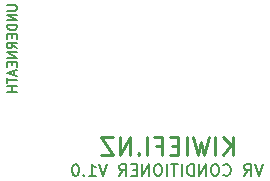
<source format=gbr>
G04 #@! TF.GenerationSoftware,KiCad,Pcbnew,7.0.10*
G04 #@! TF.CreationDate,2024-04-16T19:30:50+12:00*
G04 #@! TF.ProjectId,KiwiEFIvr1815_0.1,4b697769-4546-4497-9672-313831355f30,rev?*
G04 #@! TF.SameCoordinates,Original*
G04 #@! TF.FileFunction,Legend,Bot*
G04 #@! TF.FilePolarity,Positive*
%FSLAX46Y46*%
G04 Gerber Fmt 4.6, Leading zero omitted, Abs format (unit mm)*
G04 Created by KiCad (PCBNEW 7.0.10) date 2024-04-16 19:30:50*
%MOMM*%
%LPD*%
G01*
G04 APERTURE LIST*
%ADD10C,0.250000*%
%ADD11C,0.150000*%
G04 APERTURE END LIST*
D10*
X131070000Y-97660928D02*
X131070000Y-96160928D01*
X130212857Y-97660928D02*
X130855714Y-96803785D01*
X130212857Y-96160928D02*
X131070000Y-97018071D01*
X129570000Y-97660928D02*
X129570000Y-96160928D01*
X128998571Y-96160928D02*
X128641428Y-97660928D01*
X128641428Y-97660928D02*
X128355714Y-96589500D01*
X128355714Y-96589500D02*
X128069999Y-97660928D01*
X128069999Y-97660928D02*
X127712857Y-96160928D01*
X127141428Y-97660928D02*
X127141428Y-96160928D01*
X126427142Y-96875214D02*
X125927142Y-96875214D01*
X125712856Y-97660928D02*
X126427142Y-97660928D01*
X126427142Y-97660928D02*
X126427142Y-96160928D01*
X126427142Y-96160928D02*
X125712856Y-96160928D01*
X124569999Y-96875214D02*
X125069999Y-96875214D01*
X125069999Y-97660928D02*
X125069999Y-96160928D01*
X125069999Y-96160928D02*
X124355713Y-96160928D01*
X123784285Y-97660928D02*
X123784285Y-96160928D01*
X123069999Y-97518071D02*
X122998570Y-97589500D01*
X122998570Y-97589500D02*
X123069999Y-97660928D01*
X123069999Y-97660928D02*
X123141427Y-97589500D01*
X123141427Y-97589500D02*
X123069999Y-97518071D01*
X123069999Y-97518071D02*
X123069999Y-97660928D01*
X122355713Y-97660928D02*
X122355713Y-96160928D01*
X122355713Y-96160928D02*
X121498570Y-97660928D01*
X121498570Y-97660928D02*
X121498570Y-96160928D01*
X120927141Y-96160928D02*
X119927141Y-96160928D01*
X119927141Y-96160928D02*
X120927141Y-97660928D01*
X120927141Y-97660928D02*
X119927141Y-97660928D01*
D11*
X111957295Y-84988857D02*
X112604914Y-84988857D01*
X112604914Y-84988857D02*
X112681104Y-85026952D01*
X112681104Y-85026952D02*
X112719200Y-85065047D01*
X112719200Y-85065047D02*
X112757295Y-85141238D01*
X112757295Y-85141238D02*
X112757295Y-85293619D01*
X112757295Y-85293619D02*
X112719200Y-85369809D01*
X112719200Y-85369809D02*
X112681104Y-85407904D01*
X112681104Y-85407904D02*
X112604914Y-85446000D01*
X112604914Y-85446000D02*
X111957295Y-85446000D01*
X112757295Y-85826952D02*
X111957295Y-85826952D01*
X111957295Y-85826952D02*
X112757295Y-86284095D01*
X112757295Y-86284095D02*
X111957295Y-86284095D01*
X112757295Y-86665047D02*
X111957295Y-86665047D01*
X111957295Y-86665047D02*
X111957295Y-86855523D01*
X111957295Y-86855523D02*
X111995390Y-86969809D01*
X111995390Y-86969809D02*
X112071580Y-87045999D01*
X112071580Y-87045999D02*
X112147771Y-87084094D01*
X112147771Y-87084094D02*
X112300152Y-87122190D01*
X112300152Y-87122190D02*
X112414438Y-87122190D01*
X112414438Y-87122190D02*
X112566819Y-87084094D01*
X112566819Y-87084094D02*
X112643009Y-87045999D01*
X112643009Y-87045999D02*
X112719200Y-86969809D01*
X112719200Y-86969809D02*
X112757295Y-86855523D01*
X112757295Y-86855523D02*
X112757295Y-86665047D01*
X112338247Y-87465047D02*
X112338247Y-87731713D01*
X112757295Y-87845999D02*
X112757295Y-87465047D01*
X112757295Y-87465047D02*
X111957295Y-87465047D01*
X111957295Y-87465047D02*
X111957295Y-87845999D01*
X112757295Y-88646000D02*
X112376342Y-88379333D01*
X112757295Y-88188857D02*
X111957295Y-88188857D01*
X111957295Y-88188857D02*
X111957295Y-88493619D01*
X111957295Y-88493619D02*
X111995390Y-88569809D01*
X111995390Y-88569809D02*
X112033485Y-88607904D01*
X112033485Y-88607904D02*
X112109676Y-88646000D01*
X112109676Y-88646000D02*
X112223961Y-88646000D01*
X112223961Y-88646000D02*
X112300152Y-88607904D01*
X112300152Y-88607904D02*
X112338247Y-88569809D01*
X112338247Y-88569809D02*
X112376342Y-88493619D01*
X112376342Y-88493619D02*
X112376342Y-88188857D01*
X112757295Y-88988857D02*
X111957295Y-88988857D01*
X111957295Y-88988857D02*
X112757295Y-89446000D01*
X112757295Y-89446000D02*
X111957295Y-89446000D01*
X112338247Y-89826952D02*
X112338247Y-90093618D01*
X112757295Y-90207904D02*
X112757295Y-89826952D01*
X112757295Y-89826952D02*
X111957295Y-89826952D01*
X111957295Y-89826952D02*
X111957295Y-90207904D01*
X112528723Y-90512666D02*
X112528723Y-90893619D01*
X112757295Y-90436476D02*
X111957295Y-90703143D01*
X111957295Y-90703143D02*
X112757295Y-90969809D01*
X111957295Y-91122190D02*
X111957295Y-91579333D01*
X112757295Y-91350761D02*
X111957295Y-91350761D01*
X112757295Y-91846000D02*
X111957295Y-91846000D01*
X112338247Y-91846000D02*
X112338247Y-92303143D01*
X112757295Y-92303143D02*
X111957295Y-92303143D01*
X133579046Y-98434819D02*
X133245713Y-99434819D01*
X133245713Y-99434819D02*
X132912380Y-98434819D01*
X132007618Y-99434819D02*
X132340951Y-98958628D01*
X132579046Y-99434819D02*
X132579046Y-98434819D01*
X132579046Y-98434819D02*
X132198094Y-98434819D01*
X132198094Y-98434819D02*
X132102856Y-98482438D01*
X132102856Y-98482438D02*
X132055237Y-98530057D01*
X132055237Y-98530057D02*
X132007618Y-98625295D01*
X132007618Y-98625295D02*
X132007618Y-98768152D01*
X132007618Y-98768152D02*
X132055237Y-98863390D01*
X132055237Y-98863390D02*
X132102856Y-98911009D01*
X132102856Y-98911009D02*
X132198094Y-98958628D01*
X132198094Y-98958628D02*
X132579046Y-98958628D01*
X130245713Y-99339580D02*
X130293332Y-99387200D01*
X130293332Y-99387200D02*
X130436189Y-99434819D01*
X130436189Y-99434819D02*
X130531427Y-99434819D01*
X130531427Y-99434819D02*
X130674284Y-99387200D01*
X130674284Y-99387200D02*
X130769522Y-99291961D01*
X130769522Y-99291961D02*
X130817141Y-99196723D01*
X130817141Y-99196723D02*
X130864760Y-99006247D01*
X130864760Y-99006247D02*
X130864760Y-98863390D01*
X130864760Y-98863390D02*
X130817141Y-98672914D01*
X130817141Y-98672914D02*
X130769522Y-98577676D01*
X130769522Y-98577676D02*
X130674284Y-98482438D01*
X130674284Y-98482438D02*
X130531427Y-98434819D01*
X130531427Y-98434819D02*
X130436189Y-98434819D01*
X130436189Y-98434819D02*
X130293332Y-98482438D01*
X130293332Y-98482438D02*
X130245713Y-98530057D01*
X129626665Y-98434819D02*
X129436189Y-98434819D01*
X129436189Y-98434819D02*
X129340951Y-98482438D01*
X129340951Y-98482438D02*
X129245713Y-98577676D01*
X129245713Y-98577676D02*
X129198094Y-98768152D01*
X129198094Y-98768152D02*
X129198094Y-99101485D01*
X129198094Y-99101485D02*
X129245713Y-99291961D01*
X129245713Y-99291961D02*
X129340951Y-99387200D01*
X129340951Y-99387200D02*
X129436189Y-99434819D01*
X129436189Y-99434819D02*
X129626665Y-99434819D01*
X129626665Y-99434819D02*
X129721903Y-99387200D01*
X129721903Y-99387200D02*
X129817141Y-99291961D01*
X129817141Y-99291961D02*
X129864760Y-99101485D01*
X129864760Y-99101485D02*
X129864760Y-98768152D01*
X129864760Y-98768152D02*
X129817141Y-98577676D01*
X129817141Y-98577676D02*
X129721903Y-98482438D01*
X129721903Y-98482438D02*
X129626665Y-98434819D01*
X128769522Y-99434819D02*
X128769522Y-98434819D01*
X128769522Y-98434819D02*
X128198094Y-99434819D01*
X128198094Y-99434819D02*
X128198094Y-98434819D01*
X127721903Y-99434819D02*
X127721903Y-98434819D01*
X127721903Y-98434819D02*
X127483808Y-98434819D01*
X127483808Y-98434819D02*
X127340951Y-98482438D01*
X127340951Y-98482438D02*
X127245713Y-98577676D01*
X127245713Y-98577676D02*
X127198094Y-98672914D01*
X127198094Y-98672914D02*
X127150475Y-98863390D01*
X127150475Y-98863390D02*
X127150475Y-99006247D01*
X127150475Y-99006247D02*
X127198094Y-99196723D01*
X127198094Y-99196723D02*
X127245713Y-99291961D01*
X127245713Y-99291961D02*
X127340951Y-99387200D01*
X127340951Y-99387200D02*
X127483808Y-99434819D01*
X127483808Y-99434819D02*
X127721903Y-99434819D01*
X126721903Y-99434819D02*
X126721903Y-98434819D01*
X126388570Y-98434819D02*
X125817142Y-98434819D01*
X126102856Y-99434819D02*
X126102856Y-98434819D01*
X125483808Y-99434819D02*
X125483808Y-98434819D01*
X124817142Y-98434819D02*
X124626666Y-98434819D01*
X124626666Y-98434819D02*
X124531428Y-98482438D01*
X124531428Y-98482438D02*
X124436190Y-98577676D01*
X124436190Y-98577676D02*
X124388571Y-98768152D01*
X124388571Y-98768152D02*
X124388571Y-99101485D01*
X124388571Y-99101485D02*
X124436190Y-99291961D01*
X124436190Y-99291961D02*
X124531428Y-99387200D01*
X124531428Y-99387200D02*
X124626666Y-99434819D01*
X124626666Y-99434819D02*
X124817142Y-99434819D01*
X124817142Y-99434819D02*
X124912380Y-99387200D01*
X124912380Y-99387200D02*
X125007618Y-99291961D01*
X125007618Y-99291961D02*
X125055237Y-99101485D01*
X125055237Y-99101485D02*
X125055237Y-98768152D01*
X125055237Y-98768152D02*
X125007618Y-98577676D01*
X125007618Y-98577676D02*
X124912380Y-98482438D01*
X124912380Y-98482438D02*
X124817142Y-98434819D01*
X123959999Y-99434819D02*
X123959999Y-98434819D01*
X123959999Y-98434819D02*
X123388571Y-99434819D01*
X123388571Y-99434819D02*
X123388571Y-98434819D01*
X122912380Y-98911009D02*
X122579047Y-98911009D01*
X122436190Y-99434819D02*
X122912380Y-99434819D01*
X122912380Y-99434819D02*
X122912380Y-98434819D01*
X122912380Y-98434819D02*
X122436190Y-98434819D01*
X121436190Y-99434819D02*
X121769523Y-98958628D01*
X122007618Y-99434819D02*
X122007618Y-98434819D01*
X122007618Y-98434819D02*
X121626666Y-98434819D01*
X121626666Y-98434819D02*
X121531428Y-98482438D01*
X121531428Y-98482438D02*
X121483809Y-98530057D01*
X121483809Y-98530057D02*
X121436190Y-98625295D01*
X121436190Y-98625295D02*
X121436190Y-98768152D01*
X121436190Y-98768152D02*
X121483809Y-98863390D01*
X121483809Y-98863390D02*
X121531428Y-98911009D01*
X121531428Y-98911009D02*
X121626666Y-98958628D01*
X121626666Y-98958628D02*
X122007618Y-98958628D01*
X120388570Y-98434819D02*
X120055237Y-99434819D01*
X120055237Y-99434819D02*
X119721904Y-98434819D01*
X118864761Y-99434819D02*
X119436189Y-99434819D01*
X119150475Y-99434819D02*
X119150475Y-98434819D01*
X119150475Y-98434819D02*
X119245713Y-98577676D01*
X119245713Y-98577676D02*
X119340951Y-98672914D01*
X119340951Y-98672914D02*
X119436189Y-98720533D01*
X118436189Y-99339580D02*
X118388570Y-99387200D01*
X118388570Y-99387200D02*
X118436189Y-99434819D01*
X118436189Y-99434819D02*
X118483808Y-99387200D01*
X118483808Y-99387200D02*
X118436189Y-99339580D01*
X118436189Y-99339580D02*
X118436189Y-99434819D01*
X117769523Y-98434819D02*
X117674285Y-98434819D01*
X117674285Y-98434819D02*
X117579047Y-98482438D01*
X117579047Y-98482438D02*
X117531428Y-98530057D01*
X117531428Y-98530057D02*
X117483809Y-98625295D01*
X117483809Y-98625295D02*
X117436190Y-98815771D01*
X117436190Y-98815771D02*
X117436190Y-99053866D01*
X117436190Y-99053866D02*
X117483809Y-99244342D01*
X117483809Y-99244342D02*
X117531428Y-99339580D01*
X117531428Y-99339580D02*
X117579047Y-99387200D01*
X117579047Y-99387200D02*
X117674285Y-99434819D01*
X117674285Y-99434819D02*
X117769523Y-99434819D01*
X117769523Y-99434819D02*
X117864761Y-99387200D01*
X117864761Y-99387200D02*
X117912380Y-99339580D01*
X117912380Y-99339580D02*
X117959999Y-99244342D01*
X117959999Y-99244342D02*
X118007618Y-99053866D01*
X118007618Y-99053866D02*
X118007618Y-98815771D01*
X118007618Y-98815771D02*
X117959999Y-98625295D01*
X117959999Y-98625295D02*
X117912380Y-98530057D01*
X117912380Y-98530057D02*
X117864761Y-98482438D01*
X117864761Y-98482438D02*
X117769523Y-98434819D01*
M02*

</source>
